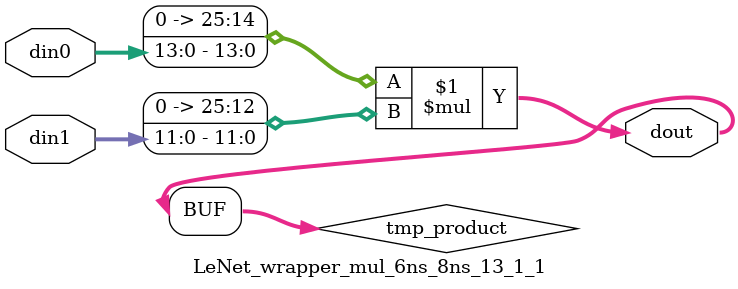
<source format=v>

`timescale 1 ns / 1 ps

  module LeNet_wrapper_mul_6ns_8ns_13_1_1(din0, din1, dout);
parameter ID = 1;
parameter NUM_STAGE = 0;
parameter din0_WIDTH = 14;
parameter din1_WIDTH = 12;
parameter dout_WIDTH = 26;

input [din0_WIDTH - 1 : 0] din0; 
input [din1_WIDTH - 1 : 0] din1; 
output [dout_WIDTH - 1 : 0] dout;

wire signed [dout_WIDTH - 1 : 0] tmp_product;










assign tmp_product = $signed({1'b0, din0}) * $signed({1'b0, din1});











assign dout = tmp_product;







endmodule

</source>
